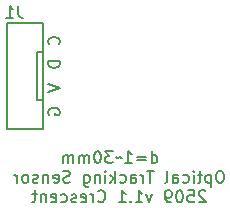
<source format=gbo>
G04 #@! TF.GenerationSoftware,KiCad,Pcbnew,(5.1.2)-1*
G04 #@! TF.CreationDate,2025-09-14T13:11:52+09:00*
G04 #@! TF.ProjectId,ots,6f74732e-6b69-4636-9164-5f7063625858,v1.1*
G04 #@! TF.SameCoordinates,Original*
G04 #@! TF.FileFunction,Legend,Bot*
G04 #@! TF.FilePolarity,Positive*
%FSLAX46Y46*%
G04 Gerber Fmt 4.6, Leading zero omitted, Abs format (unit mm)*
G04 Created by KiCad (PCBNEW (5.1.2)-1) date 2025-09-14 13:11:52*
%MOMM*%
%LPD*%
G04 APERTURE LIST*
%ADD10C,0.150000*%
%ADD11C,3.302000*%
%ADD12C,1.102000*%
%ADD13O,1.902000X1.626000*%
G04 APERTURE END LIST*
D10*
X164723809Y-98852380D02*
X164723809Y-97852380D01*
X164723809Y-98804761D02*
X164819047Y-98852380D01*
X165009523Y-98852380D01*
X165104761Y-98804761D01*
X165152380Y-98757142D01*
X165200000Y-98661904D01*
X165200000Y-98376190D01*
X165152380Y-98280952D01*
X165104761Y-98233333D01*
X165009523Y-98185714D01*
X164819047Y-98185714D01*
X164723809Y-98233333D01*
X164247619Y-98328571D02*
X163485714Y-98328571D01*
X163485714Y-98614285D02*
X164247619Y-98614285D01*
X162485714Y-98852380D02*
X163057142Y-98852380D01*
X162771428Y-98852380D02*
X162771428Y-97852380D01*
X162866666Y-97995238D01*
X162961904Y-98090476D01*
X163057142Y-98138095D01*
X162200000Y-98471428D02*
X162152380Y-98423809D01*
X162057142Y-98376190D01*
X161866666Y-98471428D01*
X161771428Y-98423809D01*
X161723809Y-98376190D01*
X161438095Y-97852380D02*
X160819047Y-97852380D01*
X161152380Y-98233333D01*
X161009523Y-98233333D01*
X160914285Y-98280952D01*
X160866666Y-98328571D01*
X160819047Y-98423809D01*
X160819047Y-98661904D01*
X160866666Y-98757142D01*
X160914285Y-98804761D01*
X161009523Y-98852380D01*
X161295238Y-98852380D01*
X161390476Y-98804761D01*
X161438095Y-98757142D01*
X160200000Y-97852380D02*
X160104761Y-97852380D01*
X160009523Y-97900000D01*
X159961904Y-97947619D01*
X159914285Y-98042857D01*
X159866666Y-98233333D01*
X159866666Y-98471428D01*
X159914285Y-98661904D01*
X159961904Y-98757142D01*
X160009523Y-98804761D01*
X160104761Y-98852380D01*
X160200000Y-98852380D01*
X160295238Y-98804761D01*
X160342857Y-98757142D01*
X160390476Y-98661904D01*
X160438095Y-98471428D01*
X160438095Y-98233333D01*
X160390476Y-98042857D01*
X160342857Y-97947619D01*
X160295238Y-97900000D01*
X160200000Y-97852380D01*
X159438095Y-98852380D02*
X159438095Y-98185714D01*
X159438095Y-98280952D02*
X159390476Y-98233333D01*
X159295238Y-98185714D01*
X159152380Y-98185714D01*
X159057142Y-98233333D01*
X159009523Y-98328571D01*
X159009523Y-98852380D01*
X159009523Y-98328571D02*
X158961904Y-98233333D01*
X158866666Y-98185714D01*
X158723809Y-98185714D01*
X158628571Y-98233333D01*
X158580952Y-98328571D01*
X158580952Y-98852380D01*
X158104761Y-98852380D02*
X158104761Y-98185714D01*
X158104761Y-98280952D02*
X158057142Y-98233333D01*
X157961904Y-98185714D01*
X157819047Y-98185714D01*
X157723809Y-98233333D01*
X157676190Y-98328571D01*
X157676190Y-98852380D01*
X157676190Y-98328571D02*
X157628571Y-98233333D01*
X157533333Y-98185714D01*
X157390476Y-98185714D01*
X157295238Y-98233333D01*
X157247619Y-98328571D01*
X157247619Y-98852380D01*
X170619047Y-99527380D02*
X170428571Y-99527380D01*
X170333333Y-99575000D01*
X170238095Y-99670238D01*
X170190476Y-99860714D01*
X170190476Y-100194047D01*
X170238095Y-100384523D01*
X170333333Y-100479761D01*
X170428571Y-100527380D01*
X170619047Y-100527380D01*
X170714285Y-100479761D01*
X170809523Y-100384523D01*
X170857142Y-100194047D01*
X170857142Y-99860714D01*
X170809523Y-99670238D01*
X170714285Y-99575000D01*
X170619047Y-99527380D01*
X169761904Y-99860714D02*
X169761904Y-100860714D01*
X169761904Y-99908333D02*
X169666666Y-99860714D01*
X169476190Y-99860714D01*
X169380952Y-99908333D01*
X169333333Y-99955952D01*
X169285714Y-100051190D01*
X169285714Y-100336904D01*
X169333333Y-100432142D01*
X169380952Y-100479761D01*
X169476190Y-100527380D01*
X169666666Y-100527380D01*
X169761904Y-100479761D01*
X169000000Y-99860714D02*
X168619047Y-99860714D01*
X168857142Y-99527380D02*
X168857142Y-100384523D01*
X168809523Y-100479761D01*
X168714285Y-100527380D01*
X168619047Y-100527380D01*
X168285714Y-100527380D02*
X168285714Y-99860714D01*
X168285714Y-99527380D02*
X168333333Y-99575000D01*
X168285714Y-99622619D01*
X168238095Y-99575000D01*
X168285714Y-99527380D01*
X168285714Y-99622619D01*
X167380952Y-100479761D02*
X167476190Y-100527380D01*
X167666666Y-100527380D01*
X167761904Y-100479761D01*
X167809523Y-100432142D01*
X167857142Y-100336904D01*
X167857142Y-100051190D01*
X167809523Y-99955952D01*
X167761904Y-99908333D01*
X167666666Y-99860714D01*
X167476190Y-99860714D01*
X167380952Y-99908333D01*
X166523809Y-100527380D02*
X166523809Y-100003571D01*
X166571428Y-99908333D01*
X166666666Y-99860714D01*
X166857142Y-99860714D01*
X166952380Y-99908333D01*
X166523809Y-100479761D02*
X166619047Y-100527380D01*
X166857142Y-100527380D01*
X166952380Y-100479761D01*
X167000000Y-100384523D01*
X167000000Y-100289285D01*
X166952380Y-100194047D01*
X166857142Y-100146428D01*
X166619047Y-100146428D01*
X166523809Y-100098809D01*
X165904761Y-100527380D02*
X166000000Y-100479761D01*
X166047619Y-100384523D01*
X166047619Y-99527380D01*
X164904761Y-99527380D02*
X164333333Y-99527380D01*
X164619047Y-100527380D02*
X164619047Y-99527380D01*
X164000000Y-100527380D02*
X164000000Y-99860714D01*
X164000000Y-100051190D02*
X163952380Y-99955952D01*
X163904761Y-99908333D01*
X163809523Y-99860714D01*
X163714285Y-99860714D01*
X162952380Y-100527380D02*
X162952380Y-100003571D01*
X163000000Y-99908333D01*
X163095238Y-99860714D01*
X163285714Y-99860714D01*
X163380952Y-99908333D01*
X162952380Y-100479761D02*
X163047619Y-100527380D01*
X163285714Y-100527380D01*
X163380952Y-100479761D01*
X163428571Y-100384523D01*
X163428571Y-100289285D01*
X163380952Y-100194047D01*
X163285714Y-100146428D01*
X163047619Y-100146428D01*
X162952380Y-100098809D01*
X162047619Y-100479761D02*
X162142857Y-100527380D01*
X162333333Y-100527380D01*
X162428571Y-100479761D01*
X162476190Y-100432142D01*
X162523809Y-100336904D01*
X162523809Y-100051190D01*
X162476190Y-99955952D01*
X162428571Y-99908333D01*
X162333333Y-99860714D01*
X162142857Y-99860714D01*
X162047619Y-99908333D01*
X161619047Y-100527380D02*
X161619047Y-99527380D01*
X161523809Y-100146428D02*
X161238095Y-100527380D01*
X161238095Y-99860714D02*
X161619047Y-100241666D01*
X160809523Y-100527380D02*
X160809523Y-99860714D01*
X160809523Y-99527380D02*
X160857142Y-99575000D01*
X160809523Y-99622619D01*
X160761904Y-99575000D01*
X160809523Y-99527380D01*
X160809523Y-99622619D01*
X160333333Y-99860714D02*
X160333333Y-100527380D01*
X160333333Y-99955952D02*
X160285714Y-99908333D01*
X160190476Y-99860714D01*
X160047619Y-99860714D01*
X159952380Y-99908333D01*
X159904761Y-100003571D01*
X159904761Y-100527380D01*
X159000000Y-99860714D02*
X159000000Y-100670238D01*
X159047619Y-100765476D01*
X159095238Y-100813095D01*
X159190476Y-100860714D01*
X159333333Y-100860714D01*
X159428571Y-100813095D01*
X159000000Y-100479761D02*
X159095238Y-100527380D01*
X159285714Y-100527380D01*
X159380952Y-100479761D01*
X159428571Y-100432142D01*
X159476190Y-100336904D01*
X159476190Y-100051190D01*
X159428571Y-99955952D01*
X159380952Y-99908333D01*
X159285714Y-99860714D01*
X159095238Y-99860714D01*
X159000000Y-99908333D01*
X157809523Y-100479761D02*
X157666666Y-100527380D01*
X157428571Y-100527380D01*
X157333333Y-100479761D01*
X157285714Y-100432142D01*
X157238095Y-100336904D01*
X157238095Y-100241666D01*
X157285714Y-100146428D01*
X157333333Y-100098809D01*
X157428571Y-100051190D01*
X157619047Y-100003571D01*
X157714285Y-99955952D01*
X157761904Y-99908333D01*
X157809523Y-99813095D01*
X157809523Y-99717857D01*
X157761904Y-99622619D01*
X157714285Y-99575000D01*
X157619047Y-99527380D01*
X157380952Y-99527380D01*
X157238095Y-99575000D01*
X156428571Y-100479761D02*
X156523809Y-100527380D01*
X156714285Y-100527380D01*
X156809523Y-100479761D01*
X156857142Y-100384523D01*
X156857142Y-100003571D01*
X156809523Y-99908333D01*
X156714285Y-99860714D01*
X156523809Y-99860714D01*
X156428571Y-99908333D01*
X156380952Y-100003571D01*
X156380952Y-100098809D01*
X156857142Y-100194047D01*
X155952380Y-99860714D02*
X155952380Y-100527380D01*
X155952380Y-99955952D02*
X155904761Y-99908333D01*
X155809523Y-99860714D01*
X155666666Y-99860714D01*
X155571428Y-99908333D01*
X155523809Y-100003571D01*
X155523809Y-100527380D01*
X155095238Y-100479761D02*
X155000000Y-100527380D01*
X154809523Y-100527380D01*
X154714285Y-100479761D01*
X154666666Y-100384523D01*
X154666666Y-100336904D01*
X154714285Y-100241666D01*
X154809523Y-100194047D01*
X154952380Y-100194047D01*
X155047619Y-100146428D01*
X155095238Y-100051190D01*
X155095238Y-100003571D01*
X155047619Y-99908333D01*
X154952380Y-99860714D01*
X154809523Y-99860714D01*
X154714285Y-99908333D01*
X154095238Y-100527380D02*
X154190476Y-100479761D01*
X154238095Y-100432142D01*
X154285714Y-100336904D01*
X154285714Y-100051190D01*
X154238095Y-99955952D01*
X154190476Y-99908333D01*
X154095238Y-99860714D01*
X153952380Y-99860714D01*
X153857142Y-99908333D01*
X153809523Y-99955952D01*
X153761904Y-100051190D01*
X153761904Y-100336904D01*
X153809523Y-100432142D01*
X153857142Y-100479761D01*
X153952380Y-100527380D01*
X154095238Y-100527380D01*
X153333333Y-100527380D02*
X153333333Y-99860714D01*
X153333333Y-100051190D02*
X153285714Y-99955952D01*
X153238095Y-99908333D01*
X153142857Y-99860714D01*
X153047619Y-99860714D01*
X169285714Y-101272619D02*
X169238095Y-101225000D01*
X169142857Y-101177380D01*
X168904761Y-101177380D01*
X168809523Y-101225000D01*
X168761904Y-101272619D01*
X168714285Y-101367857D01*
X168714285Y-101463095D01*
X168761904Y-101605952D01*
X169333333Y-102177380D01*
X168714285Y-102177380D01*
X167809523Y-101177380D02*
X168285714Y-101177380D01*
X168333333Y-101653571D01*
X168285714Y-101605952D01*
X168190476Y-101558333D01*
X167952380Y-101558333D01*
X167857142Y-101605952D01*
X167809523Y-101653571D01*
X167761904Y-101748809D01*
X167761904Y-101986904D01*
X167809523Y-102082142D01*
X167857142Y-102129761D01*
X167952380Y-102177380D01*
X168190476Y-102177380D01*
X168285714Y-102129761D01*
X168333333Y-102082142D01*
X167142857Y-101177380D02*
X167047619Y-101177380D01*
X166952380Y-101225000D01*
X166904761Y-101272619D01*
X166857142Y-101367857D01*
X166809523Y-101558333D01*
X166809523Y-101796428D01*
X166857142Y-101986904D01*
X166904761Y-102082142D01*
X166952380Y-102129761D01*
X167047619Y-102177380D01*
X167142857Y-102177380D01*
X167238095Y-102129761D01*
X167285714Y-102082142D01*
X167333333Y-101986904D01*
X167380952Y-101796428D01*
X167380952Y-101558333D01*
X167333333Y-101367857D01*
X167285714Y-101272619D01*
X167238095Y-101225000D01*
X167142857Y-101177380D01*
X166333333Y-102177380D02*
X166142857Y-102177380D01*
X166047619Y-102129761D01*
X166000000Y-102082142D01*
X165904761Y-101939285D01*
X165857142Y-101748809D01*
X165857142Y-101367857D01*
X165904761Y-101272619D01*
X165952380Y-101225000D01*
X166047619Y-101177380D01*
X166238095Y-101177380D01*
X166333333Y-101225000D01*
X166380952Y-101272619D01*
X166428571Y-101367857D01*
X166428571Y-101605952D01*
X166380952Y-101701190D01*
X166333333Y-101748809D01*
X166238095Y-101796428D01*
X166047619Y-101796428D01*
X165952380Y-101748809D01*
X165904761Y-101701190D01*
X165857142Y-101605952D01*
X164761904Y-101510714D02*
X164523809Y-102177380D01*
X164285714Y-101510714D01*
X163380952Y-102177380D02*
X163952380Y-102177380D01*
X163666666Y-102177380D02*
X163666666Y-101177380D01*
X163761904Y-101320238D01*
X163857142Y-101415476D01*
X163952380Y-101463095D01*
X162952380Y-102082142D02*
X162904761Y-102129761D01*
X162952380Y-102177380D01*
X163000000Y-102129761D01*
X162952380Y-102082142D01*
X162952380Y-102177380D01*
X161952380Y-102177380D02*
X162523809Y-102177380D01*
X162238095Y-102177380D02*
X162238095Y-101177380D01*
X162333333Y-101320238D01*
X162428571Y-101415476D01*
X162523809Y-101463095D01*
X160190476Y-102082142D02*
X160238095Y-102129761D01*
X160380952Y-102177380D01*
X160476190Y-102177380D01*
X160619047Y-102129761D01*
X160714285Y-102034523D01*
X160761904Y-101939285D01*
X160809523Y-101748809D01*
X160809523Y-101605952D01*
X160761904Y-101415476D01*
X160714285Y-101320238D01*
X160619047Y-101225000D01*
X160476190Y-101177380D01*
X160380952Y-101177380D01*
X160238095Y-101225000D01*
X160190476Y-101272619D01*
X159761904Y-102177380D02*
X159761904Y-101510714D01*
X159761904Y-101701190D02*
X159714285Y-101605952D01*
X159666666Y-101558333D01*
X159571428Y-101510714D01*
X159476190Y-101510714D01*
X158761904Y-102129761D02*
X158857142Y-102177380D01*
X159047619Y-102177380D01*
X159142857Y-102129761D01*
X159190476Y-102034523D01*
X159190476Y-101653571D01*
X159142857Y-101558333D01*
X159047619Y-101510714D01*
X158857142Y-101510714D01*
X158761904Y-101558333D01*
X158714285Y-101653571D01*
X158714285Y-101748809D01*
X159190476Y-101844047D01*
X158333333Y-102129761D02*
X158238095Y-102177380D01*
X158047619Y-102177380D01*
X157952380Y-102129761D01*
X157904761Y-102034523D01*
X157904761Y-101986904D01*
X157952380Y-101891666D01*
X158047619Y-101844047D01*
X158190476Y-101844047D01*
X158285714Y-101796428D01*
X158333333Y-101701190D01*
X158333333Y-101653571D01*
X158285714Y-101558333D01*
X158190476Y-101510714D01*
X158047619Y-101510714D01*
X157952380Y-101558333D01*
X157047619Y-102129761D02*
X157142857Y-102177380D01*
X157333333Y-102177380D01*
X157428571Y-102129761D01*
X157476190Y-102082142D01*
X157523809Y-101986904D01*
X157523809Y-101701190D01*
X157476190Y-101605952D01*
X157428571Y-101558333D01*
X157333333Y-101510714D01*
X157142857Y-101510714D01*
X157047619Y-101558333D01*
X156238095Y-102129761D02*
X156333333Y-102177380D01*
X156523809Y-102177380D01*
X156619047Y-102129761D01*
X156666666Y-102034523D01*
X156666666Y-101653571D01*
X156619047Y-101558333D01*
X156523809Y-101510714D01*
X156333333Y-101510714D01*
X156238095Y-101558333D01*
X156190476Y-101653571D01*
X156190476Y-101748809D01*
X156666666Y-101844047D01*
X155761904Y-101510714D02*
X155761904Y-102177380D01*
X155761904Y-101605952D02*
X155714285Y-101558333D01*
X155619047Y-101510714D01*
X155476190Y-101510714D01*
X155380952Y-101558333D01*
X155333333Y-101653571D01*
X155333333Y-102177380D01*
X155000000Y-101510714D02*
X154619047Y-101510714D01*
X154857142Y-101177380D02*
X154857142Y-102034523D01*
X154809523Y-102129761D01*
X154714285Y-102177380D01*
X154619047Y-102177380D01*
X155500000Y-96000000D02*
X155500000Y-91500000D01*
X152500000Y-96000000D02*
X155500000Y-96000000D01*
X152500000Y-87000000D02*
X152500000Y-96000000D01*
X155500000Y-87000000D02*
X152500000Y-87000000D01*
X155500000Y-91500000D02*
X155500000Y-87000000D01*
X155000000Y-89500000D02*
X155500000Y-89500000D01*
X155000000Y-93500000D02*
X155000000Y-89500000D01*
X155500000Y-93500000D02*
X155000000Y-93500000D01*
X153433333Y-85552380D02*
X153433333Y-86266666D01*
X153480952Y-86409523D01*
X153576190Y-86504761D01*
X153719047Y-86552380D01*
X153814285Y-86552380D01*
X152433333Y-86552380D02*
X153004761Y-86552380D01*
X152719047Y-86552380D02*
X152719047Y-85552380D01*
X152814285Y-85695238D01*
X152909523Y-85790476D01*
X153004761Y-85838095D01*
X156000000Y-94761904D02*
X155952380Y-94666666D01*
X155952380Y-94523809D01*
X156000000Y-94380952D01*
X156095238Y-94285714D01*
X156190476Y-94238095D01*
X156380952Y-94190476D01*
X156523809Y-94190476D01*
X156714285Y-94238095D01*
X156809523Y-94285714D01*
X156904761Y-94380952D01*
X156952380Y-94523809D01*
X156952380Y-94619047D01*
X156904761Y-94761904D01*
X156857142Y-94809523D01*
X156523809Y-94809523D01*
X156523809Y-94619047D01*
X155952380Y-92166666D02*
X156952380Y-92500000D01*
X155952380Y-92833333D01*
X156952380Y-90238095D02*
X155952380Y-90238095D01*
X155952380Y-90476190D01*
X156000000Y-90619047D01*
X156095238Y-90714285D01*
X156190476Y-90761904D01*
X156380952Y-90809523D01*
X156523809Y-90809523D01*
X156714285Y-90761904D01*
X156809523Y-90714285D01*
X156904761Y-90619047D01*
X156952380Y-90476190D01*
X156952380Y-90238095D01*
X156857142Y-88809523D02*
X156904761Y-88761904D01*
X156952380Y-88619047D01*
X156952380Y-88523809D01*
X156904761Y-88380952D01*
X156809523Y-88285714D01*
X156714285Y-88238095D01*
X156523809Y-88190476D01*
X156380952Y-88190476D01*
X156190476Y-88238095D01*
X156095238Y-88285714D01*
X156000000Y-88380952D01*
X155952380Y-88523809D01*
X155952380Y-88619047D01*
X156000000Y-88761904D01*
X156047619Y-88809523D01*
%LPC*%
D11*
X150000000Y-101000000D03*
X150000000Y-82000000D03*
D12*
X154000000Y-85500000D03*
D13*
X154000000Y-94500000D03*
X154000000Y-92500000D03*
X154000000Y-90500000D03*
X154000000Y-88500000D03*
M02*

</source>
